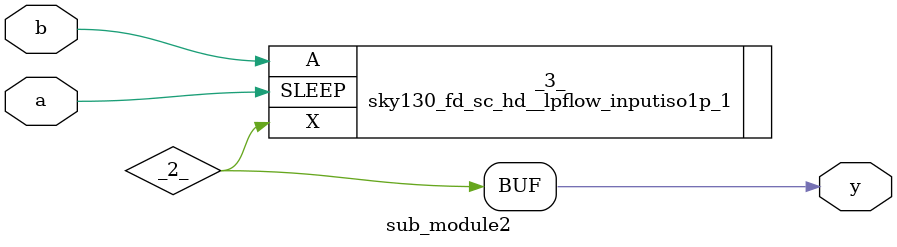
<source format=v>
/* Generated by Yosys 0.9 (git sha1 1979e0b) */

module multiple_modules(a, b, c, y);
  input a;
  input b;
  input c;
  wire net1;
  output y;
  sub_module1 u1 (
    .a(a),
    .b(b),
    .y(net1)
  );
  sub_module2 u2 (
    .a(net1),
    .b(c),
    .y(y)
  );
endmodule

module sub_module1(a, b, y);
  wire _0_;
  wire _1_;
  wire _2_;
  input a;
  input b;
  output y;
  sky130_fd_sc_hd__and2_0 _3_ (
    .A(_1_),
    .B(_0_),
    .X(_2_)
  );
  assign _1_ = b;
  assign _0_ = a;
  assign y = _2_;
endmodule

module sub_module2(a, b, y);
  wire _0_;
  wire _1_;
  wire _2_;
  input a;
  input b;
  output y;
  sky130_fd_sc_hd__lpflow_inputiso1p_1 _3_ (
    .A(_1_),
    .SLEEP(_0_),
    .X(_2_)
  );
  assign _1_ = b;
  assign _0_ = a;
  assign y = _2_;
endmodule

</source>
